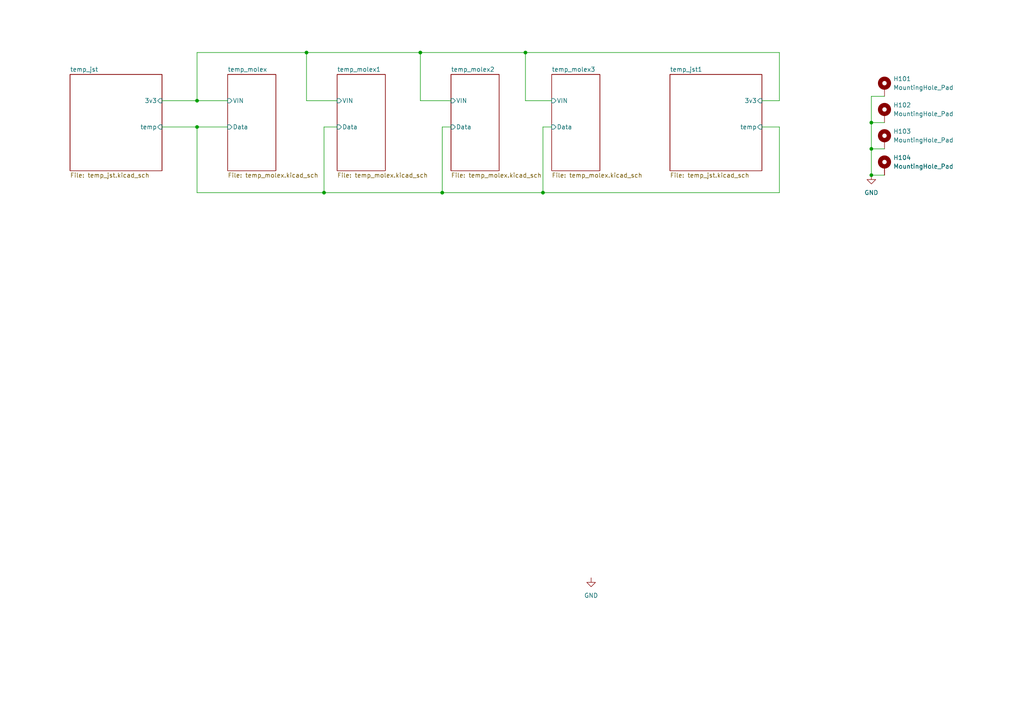
<source format=kicad_sch>
(kicad_sch (version 20250114) (generator "eeschema") (generator_version "9.0")
  (paper "A4")
  (lib_symbols
    (symbol "Mechanical:MountingHole_Pad" (pin_numbers (hide yes)) (pin_names (offset 1.016) (hide yes)) (exclude_from_sim yes) (in_bom no)
      (property "Reference" "H" (at 0 6.35 0))
      (property "Value" "MountingHole_Pad" (at 0 4.445 0))
      (symbol "MountingHole_Pad_0_1"
        (circle (center 0 1.27) (radius 1.27) (stroke (width 1.27)))
      )
      (symbol "MountingHole_Pad_1_1"
        (pin input line (at 0 -2.54 90) (length 2.54) (name "1") (number "1"))
      )
    )
    (symbol "power:GND" (power) (pin_numbers (hide yes)) (pin_names (offset 0) (hide yes))
      (property "Value" "GND" (at 0 -3.81 0))
      (symbol "GND_0_1"
        (polyline (pts (xy 0 0) (xy 0 -1.27) (xy 1.27 -1.27) (xy 0 -2.54) (xy -1.27 -1.27) (xy 0 -1.27)))
      )
      (symbol "GND_1_1"
        (pin power_in line (at 0 0 270) (length 0) (name "~") (number "1"))
      )
    )
  )
  (junction (at 152.4 15.24))
  (junction (at 57.15 29.21))
  (junction (at 252.73 35.56))
  (junction (at 252.73 50.8))
  (junction (at 157.48 55.88))
  (junction (at 128.27 55.88))
  (junction (at 252.73 43.18))
  (junction (at 88.9 15.24))
  (junction (at 121.92 15.24))
  (junction (at 93.98 55.88))
  (junction (at 57.15 36.83))
  (wire (pts (xy 256.54 35.56) (xy 252.73 35.56)))
  (wire (pts (xy 57.15 36.83) (xy 66.04 36.83)))
  (wire (pts (xy 88.9 29.21) (xy 88.9 15.24)))
  (wire (pts (xy 252.73 27.94) (xy 252.73 35.56)))
  (wire (pts (xy 152.4 15.24) (xy 121.92 15.24)))
  (wire (pts (xy 160.02 29.21) (xy 152.4 29.21)))
  (wire (pts (xy 121.92 29.21) (xy 121.92 15.24)))
  (wire (pts (xy 97.79 29.21) (xy 88.9 29.21)))
  (wire (pts (xy 157.48 55.88) (xy 128.27 55.88)))
  (wire (pts (xy 130.81 36.83) (xy 128.27 36.83)))
  (wire (pts (xy 46.99 29.21) (xy 57.15 29.21)))
  (wire (pts (xy 160.02 36.83) (xy 157.48 36.83)))
  (wire (pts (xy 128.27 55.88) (xy 93.98 55.88)))
  (wire (pts (xy 57.15 15.24) (xy 57.15 29.21)))
  (wire (pts (xy 157.48 36.83) (xy 157.48 55.88)))
  (wire (pts (xy 152.4 29.21) (xy 152.4 15.24)))
  (wire (pts (xy 252.73 50.8) (xy 252.73 43.18)))
  (wire (pts (xy 57.15 55.88) (xy 57.15 36.83)))
  (wire (pts (xy 226.06 55.88) (xy 157.48 55.88)))
  (wire (pts (xy 252.73 35.56) (xy 252.73 43.18)))
  (wire (pts (xy 226.06 36.83) (xy 226.06 55.88)))
  (wire (pts (xy 57.15 29.21) (xy 66.04 29.21)))
  (wire (pts (xy 220.98 36.83) (xy 226.06 36.83)))
  (wire (pts (xy 121.92 15.24) (xy 88.9 15.24)))
  (wire (pts (xy 252.73 43.18) (xy 256.54 43.18)))
  (wire (pts (xy 46.99 36.83) (xy 57.15 36.83)))
  (wire (pts (xy 97.79 36.83) (xy 93.98 36.83)))
  (wire (pts (xy 88.9 15.24) (xy 57.15 15.24)))
  (wire (pts (xy 220.98 29.21) (xy 226.06 29.21)))
  (wire (pts (xy 93.98 36.83) (xy 93.98 55.88)))
  (wire (pts (xy 226.06 29.21) (xy 226.06 15.24)))
  (wire (pts (xy 256.54 50.8) (xy 252.73 50.8)))
  (wire (pts (xy 226.06 15.24) (xy 152.4 15.24)))
  (wire (pts (xy 128.27 36.83) (xy 128.27 55.88)))
  (wire (pts (xy 256.54 27.94) (xy 252.73 27.94)))
  (wire (pts (xy 93.98 55.88) (xy 57.15 55.88)))
  (wire (pts (xy 130.81 29.21) (xy 121.92 29.21)))
  (symbol (lib_id "Mechanical:MountingHole_Pad") (at 256.54 25.4 0) (unit 1) (exclude_from_sim yes) (in_bom no)
    (property "Reference" "H101" (at 259.08 22.8599 0) (effects (justify left)))
    (property "Value" "MountingHole_Pad" (at 259.08 25.3999 0) (effects (justify left)))
    (property "Footprint" "MountingHole:MountingHole_4.3mm_M4_ISO7380_Pad" (effects (hide yes)))
    (property "Description" "Mounting Hole with connection" (effects (hide yes)))
  )
  (symbol (lib_id "Mechanical:MountingHole_Pad") (at 256.54 48.26 0) (unit 1) (exclude_from_sim yes) (in_bom no)
    (property "Reference" "H104" (at 259.08 45.7199 0) (effects (justify left)))
    (property "Value" "MountingHole_Pad" (at 259.08 48.2599 0) (effects (justify left)))
    (property "Footprint" "MountingHole:MountingHole_4.3mm_M4_ISO7380_Pad" (effects (hide yes)))
    (property "Description" "Mounting Hole with connection" (effects (hide yes)))
  )
  (symbol (lib_id "power:GND") (at 252.73 50.8 0) (unit 1)
    (property "Reference" "#PWR0101" (effects (hide yes)))
    (property "Value" "GND" (at 252.73 55.88 0))
    (property "Description" "Power symbol creates a global label with name \"GND\" , ground" (effects (hide yes)))
  )
  (symbol (lib_id "Mechanical:MountingHole_Pad") (at 256.54 40.64 0) (unit 1) (exclude_from_sim yes) (in_bom no)
    (property "Reference" "H103" (at 259.08 38.0999 0) (effects (justify left)))
    (property "Value" "MountingHole_Pad" (at 259.08 40.6399 0) (effects (justify left)))
    (property "Footprint" "MountingHole:MountingHole_4.3mm_M4_ISO7380_Pad" (effects (hide yes)))
    (property "Description" "Mounting Hole with connection" (effects (hide yes)))
  )
  (symbol (lib_id "Mechanical:MountingHole_Pad") (at 256.54 33.02 0) (unit 1) (exclude_from_sim yes) (in_bom no)
    (property "Reference" "H102" (at 259.08 30.4799 0) (effects (justify left)))
    (property "Value" "MountingHole_Pad" (at 259.08 33.0199 0) (effects (justify left)))
    (property "Footprint" "MountingHole:MountingHole_4.3mm_M4_ISO7380_Pad" (effects (hide yes)))
    (property "Description" "Mounting Hole with connection" (effects (hide yes)))
  )
  (symbol (lib_id "power:GND") (at 171.45 167.64 0) (unit 1)
    (property "Reference" "#PWR0102" (effects (hide yes)))
    (property "Value" "GND" (at 171.45 172.72 0))
    (property "Description" "Power symbol creates a global label with name \"GND\" , ground" (effects (hide yes)))
  )
  (sheet (at 160.02 21.59) (size 13.97 27.94) (stroke (width 0.1524))
    (property "Sheetname" "temp_molex3" (at 160.02 20.8784 0) (effects (justify left bottom)))
    (property "Sheetfile" "temp_molex.kicad_sch" (at 160.02 50.1146 0) (effects (justify left top)))
    (pin "Data" input (at 160.02 36.83 180))
    (pin "VIN" input (at 160.02 29.21 180))
  )
  (sheet (at 66.04 21.59) (size 13.97 27.94) (stroke (width 0.1524))
    (property "Sheetname" "temp_molex" (at 66.04 20.8784 0) (effects (justify left bottom)))
    (property "Sheetfile" "temp_molex.kicad_sch" (at 66.04 50.1146 0) (effects (justify left top)))
    (pin "Data" input (at 66.04 36.83 180))
    (pin "VIN" input (at 66.04 29.21 180))
  )
  (sheet (at 130.81 21.59) (size 13.97 27.94) (stroke (width 0.1524))
    (property "Sheetname" "temp_molex2" (at 130.81 20.8784 0) (effects (justify left bottom)))
    (property "Sheetfile" "temp_molex.kicad_sch" (at 130.81 50.1146 0) (effects (justify left top)))
    (pin "Data" input (at 130.81 36.83 180))
    (pin "VIN" input (at 130.81 29.21 180))
  )
  (sheet (at 20.32 21.59) (size 26.67 27.94) (stroke (width 0.1524))
    (property "Sheetname" "temp_jst" (at 20.32 20.8784 0) (effects (justify left bottom)))
    (property "Sheetfile" "temp_jst.kicad_sch" (at 20.32 50.1146 0) (effects (justify left top)))
    (pin "3v3" input (at 46.99 29.21 0))
    (pin "temp" input (at 46.99 36.83 0))
  )
  (sheet (at 194.31 21.59) (size 26.67 27.94) (stroke (width 0.1524))
    (property "Sheetname" "temp_jst1" (at 194.31 20.8784 0) (effects (justify left bottom)))
    (property "Sheetfile" "temp_jst.kicad_sch" (at 194.31 50.1146 0) (effects (justify left top)))
    (pin "3v3" input (at 220.98 29.21 0))
    (pin "temp" input (at 220.98 36.83 0))
  )
  (sheet (at 97.79 21.59) (size 13.97 27.94) (stroke (width 0.1524))
    (property "Sheetname" "temp_molex1" (at 97.79 20.8784 0) (effects (justify left bottom)))
    (property "Sheetfile" "temp_molex.kicad_sch" (at 97.79 50.1146 0) (effects (justify left top)))
    (pin "Data" input (at 97.79 36.83 180))
    (pin "VIN" input (at 97.79 29.21 180))
  )
)
</source>
